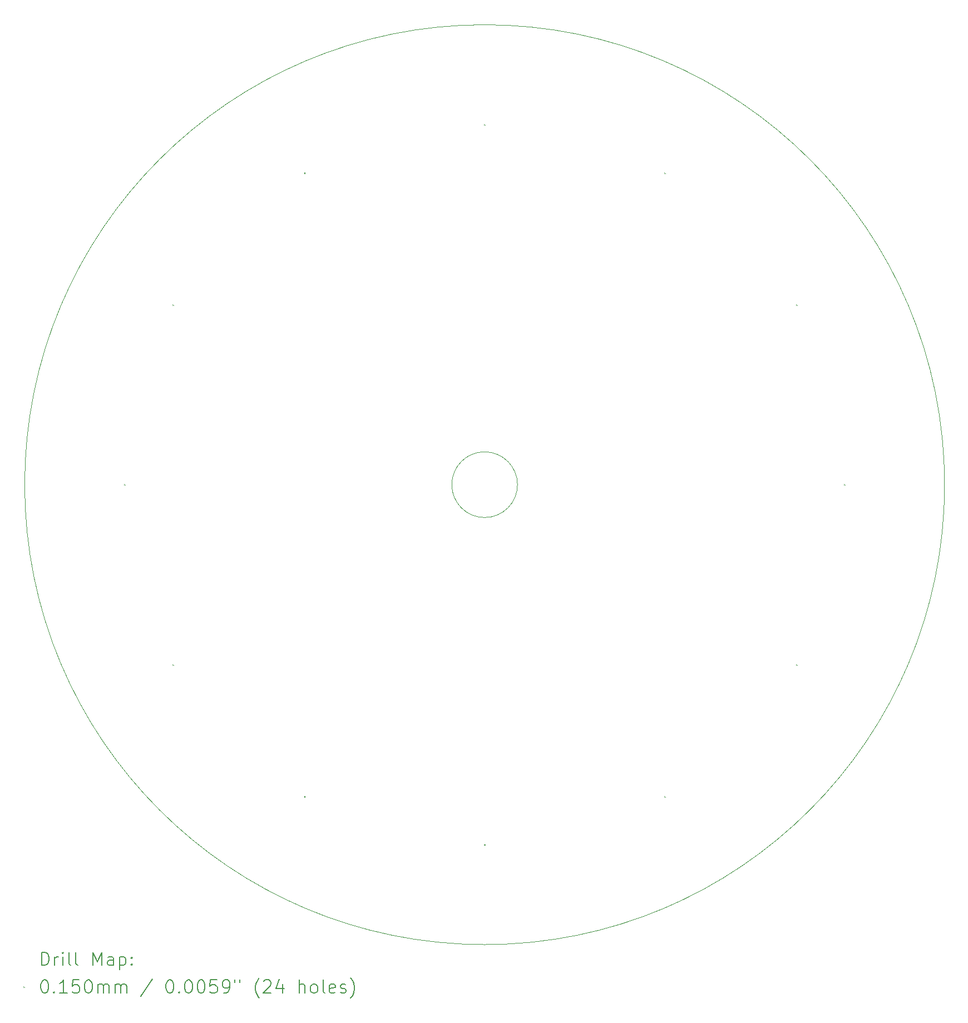
<source format=gbr>
%TF.GenerationSoftware,KiCad,Pcbnew,7.99.0-3356-g00904e8e23*%
%TF.CreationDate,2023-10-26T14:27:03+05:30*%
%TF.ProjectId,kimotor-project,6b696d6f-746f-4722-9d70-726f6a656374,rev?*%
%TF.SameCoordinates,Original*%
%TF.FileFunction,Drillmap*%
%TF.FilePolarity,Positive*%
%FSLAX45Y45*%
G04 Gerber Fmt 4.5, Leading zero omitted, Abs format (unit mm)*
G04 Created by KiCad (PCBNEW 7.99.0-3356-g00904e8e23) date 2023-10-26 14:27:03*
%MOMM*%
%LPD*%
G01*
G04 APERTURE LIST*
%ADD10C,0.100000*%
%ADD11C,0.200000*%
G04 APERTURE END LIST*
D10*
X500000Y0D02*
G75*
G02*
X500000Y0I-500000J0D01*
G01*
X7000000Y0D02*
G75*
G02*
X7000000Y0I-7000000J0D01*
G01*
X7000000Y0D02*
G75*
G02*
X7000000Y0I-7000000J0D01*
G01*
X500000Y0D02*
G75*
G02*
X500000Y0I-500000J0D01*
G01*
D11*
D10*
X-5487100Y7500D02*
X-5472100Y-7500D01*
X-5472100Y7500D02*
X-5487100Y-7500D01*
X-5487100Y7500D02*
X-5472100Y-7500D01*
X-5472100Y7500D02*
X-5487100Y-7500D01*
X-4752973Y2747300D02*
X-4737973Y2732300D01*
X-4737973Y2747300D02*
X-4752973Y2732300D01*
X-4752973Y2747300D02*
X-4737973Y2732300D01*
X-4737973Y2747300D02*
X-4752973Y2732300D01*
X-4752973Y-2732300D02*
X-4737973Y-2747300D01*
X-4737973Y-2732300D02*
X-4752973Y-2747300D01*
X-4752973Y-2732300D02*
X-4737973Y-2747300D01*
X-4737973Y-2732300D02*
X-4752973Y-2747300D01*
X-2747300Y4752973D02*
X-2732300Y4737973D01*
X-2732300Y4752973D02*
X-2747300Y4737973D01*
X-2747300Y4752973D02*
X-2732300Y4737973D01*
X-2732300Y4752973D02*
X-2747300Y4737973D01*
X-2747300Y-4737973D02*
X-2732300Y-4752973D01*
X-2732300Y-4737973D02*
X-2747300Y-4752973D01*
X-2747300Y-4737973D02*
X-2732300Y-4752973D01*
X-2732300Y-4737973D02*
X-2747300Y-4752973D01*
X-7500Y5487100D02*
X7500Y5472100D01*
X7500Y5487100D02*
X-7500Y5472100D01*
X-7500Y5487100D02*
X7500Y5472100D01*
X7500Y5487100D02*
X-7500Y5472100D01*
X-7500Y-5472100D02*
X7500Y-5487100D01*
X7500Y-5472100D02*
X-7500Y-5487100D01*
X-7500Y-5472100D02*
X7500Y-5487100D01*
X7500Y-5472100D02*
X-7500Y-5487100D01*
X2732300Y4752973D02*
X2747300Y4737973D01*
X2747300Y4752973D02*
X2732300Y4737973D01*
X2732300Y4752973D02*
X2747300Y4737973D01*
X2747300Y4752973D02*
X2732300Y4737973D01*
X2732300Y-4737973D02*
X2747300Y-4752973D01*
X2747300Y-4737973D02*
X2732300Y-4752973D01*
X2732300Y-4737973D02*
X2747300Y-4752973D01*
X2747300Y-4737973D02*
X2732300Y-4752973D01*
X4737973Y2747300D02*
X4752973Y2732300D01*
X4752973Y2747300D02*
X4737973Y2732300D01*
X4737973Y2747300D02*
X4752973Y2732300D01*
X4752973Y2747300D02*
X4737973Y2732300D01*
X4737973Y-2732300D02*
X4752973Y-2747300D01*
X4752973Y-2732300D02*
X4737973Y-2747300D01*
X4737973Y-2732300D02*
X4752973Y-2747300D01*
X4752973Y-2732300D02*
X4737973Y-2747300D01*
X5472100Y7500D02*
X5487100Y-7500D01*
X5487100Y7500D02*
X5472100Y-7500D01*
X5472100Y7500D02*
X5487100Y-7500D01*
X5487100Y7500D02*
X5472100Y-7500D01*
D11*
X-6744223Y-7316484D02*
X-6744223Y-7116484D01*
X-6744223Y-7116484D02*
X-6696604Y-7116484D01*
X-6696604Y-7116484D02*
X-6668033Y-7126008D01*
X-6668033Y-7126008D02*
X-6648985Y-7145055D01*
X-6648985Y-7145055D02*
X-6639461Y-7164103D01*
X-6639461Y-7164103D02*
X-6629937Y-7202198D01*
X-6629937Y-7202198D02*
X-6629937Y-7230769D01*
X-6629937Y-7230769D02*
X-6639461Y-7268865D01*
X-6639461Y-7268865D02*
X-6648985Y-7287912D01*
X-6648985Y-7287912D02*
X-6668033Y-7306960D01*
X-6668033Y-7306960D02*
X-6696604Y-7316484D01*
X-6696604Y-7316484D02*
X-6744223Y-7316484D01*
X-6544223Y-7316484D02*
X-6544223Y-7183150D01*
X-6544223Y-7221246D02*
X-6534699Y-7202198D01*
X-6534699Y-7202198D02*
X-6525175Y-7192674D01*
X-6525175Y-7192674D02*
X-6506128Y-7183150D01*
X-6506128Y-7183150D02*
X-6487080Y-7183150D01*
X-6420414Y-7316484D02*
X-6420414Y-7183150D01*
X-6420414Y-7116484D02*
X-6429937Y-7126008D01*
X-6429937Y-7126008D02*
X-6420414Y-7135531D01*
X-6420414Y-7135531D02*
X-6410890Y-7126008D01*
X-6410890Y-7126008D02*
X-6420414Y-7116484D01*
X-6420414Y-7116484D02*
X-6420414Y-7135531D01*
X-6296604Y-7316484D02*
X-6315652Y-7306960D01*
X-6315652Y-7306960D02*
X-6325175Y-7287912D01*
X-6325175Y-7287912D02*
X-6325175Y-7116484D01*
X-6191842Y-7316484D02*
X-6210890Y-7306960D01*
X-6210890Y-7306960D02*
X-6220414Y-7287912D01*
X-6220414Y-7287912D02*
X-6220414Y-7116484D01*
X-5963271Y-7316484D02*
X-5963271Y-7116484D01*
X-5963271Y-7116484D02*
X-5896604Y-7259341D01*
X-5896604Y-7259341D02*
X-5829937Y-7116484D01*
X-5829937Y-7116484D02*
X-5829937Y-7316484D01*
X-5648985Y-7316484D02*
X-5648985Y-7211722D01*
X-5648985Y-7211722D02*
X-5658509Y-7192674D01*
X-5658509Y-7192674D02*
X-5677556Y-7183150D01*
X-5677556Y-7183150D02*
X-5715652Y-7183150D01*
X-5715652Y-7183150D02*
X-5734699Y-7192674D01*
X-5648985Y-7306960D02*
X-5668033Y-7316484D01*
X-5668033Y-7316484D02*
X-5715652Y-7316484D01*
X-5715652Y-7316484D02*
X-5734699Y-7306960D01*
X-5734699Y-7306960D02*
X-5744223Y-7287912D01*
X-5744223Y-7287912D02*
X-5744223Y-7268865D01*
X-5744223Y-7268865D02*
X-5734699Y-7249817D01*
X-5734699Y-7249817D02*
X-5715652Y-7240293D01*
X-5715652Y-7240293D02*
X-5668033Y-7240293D01*
X-5668033Y-7240293D02*
X-5648985Y-7230769D01*
X-5553747Y-7183150D02*
X-5553747Y-7383150D01*
X-5553747Y-7192674D02*
X-5534699Y-7183150D01*
X-5534699Y-7183150D02*
X-5496604Y-7183150D01*
X-5496604Y-7183150D02*
X-5477556Y-7192674D01*
X-5477556Y-7192674D02*
X-5468033Y-7202198D01*
X-5468033Y-7202198D02*
X-5458509Y-7221246D01*
X-5458509Y-7221246D02*
X-5458509Y-7278388D01*
X-5458509Y-7278388D02*
X-5468033Y-7297436D01*
X-5468033Y-7297436D02*
X-5477556Y-7306960D01*
X-5477556Y-7306960D02*
X-5496604Y-7316484D01*
X-5496604Y-7316484D02*
X-5534699Y-7316484D01*
X-5534699Y-7316484D02*
X-5553747Y-7306960D01*
X-5372795Y-7297436D02*
X-5363271Y-7306960D01*
X-5363271Y-7306960D02*
X-5372795Y-7316484D01*
X-5372795Y-7316484D02*
X-5382318Y-7306960D01*
X-5382318Y-7306960D02*
X-5372795Y-7297436D01*
X-5372795Y-7297436D02*
X-5372795Y-7316484D01*
X-5372795Y-7192674D02*
X-5363271Y-7202198D01*
X-5363271Y-7202198D02*
X-5372795Y-7211722D01*
X-5372795Y-7211722D02*
X-5382318Y-7202198D01*
X-5382318Y-7202198D02*
X-5372795Y-7192674D01*
X-5372795Y-7192674D02*
X-5372795Y-7211722D01*
D10*
X-7020000Y-7637500D02*
X-7005000Y-7652500D01*
X-7005000Y-7637500D02*
X-7020000Y-7652500D01*
D11*
X-6706128Y-7536484D02*
X-6687080Y-7536484D01*
X-6687080Y-7536484D02*
X-6668033Y-7546008D01*
X-6668033Y-7546008D02*
X-6658509Y-7555531D01*
X-6658509Y-7555531D02*
X-6648985Y-7574579D01*
X-6648985Y-7574579D02*
X-6639461Y-7612674D01*
X-6639461Y-7612674D02*
X-6639461Y-7660293D01*
X-6639461Y-7660293D02*
X-6648985Y-7698388D01*
X-6648985Y-7698388D02*
X-6658509Y-7717436D01*
X-6658509Y-7717436D02*
X-6668033Y-7726960D01*
X-6668033Y-7726960D02*
X-6687080Y-7736484D01*
X-6687080Y-7736484D02*
X-6706128Y-7736484D01*
X-6706128Y-7736484D02*
X-6725175Y-7726960D01*
X-6725175Y-7726960D02*
X-6734699Y-7717436D01*
X-6734699Y-7717436D02*
X-6744223Y-7698388D01*
X-6744223Y-7698388D02*
X-6753747Y-7660293D01*
X-6753747Y-7660293D02*
X-6753747Y-7612674D01*
X-6753747Y-7612674D02*
X-6744223Y-7574579D01*
X-6744223Y-7574579D02*
X-6734699Y-7555531D01*
X-6734699Y-7555531D02*
X-6725175Y-7546008D01*
X-6725175Y-7546008D02*
X-6706128Y-7536484D01*
X-6553747Y-7717436D02*
X-6544223Y-7726960D01*
X-6544223Y-7726960D02*
X-6553747Y-7736484D01*
X-6553747Y-7736484D02*
X-6563271Y-7726960D01*
X-6563271Y-7726960D02*
X-6553747Y-7717436D01*
X-6553747Y-7717436D02*
X-6553747Y-7736484D01*
X-6353747Y-7736484D02*
X-6468033Y-7736484D01*
X-6410890Y-7736484D02*
X-6410890Y-7536484D01*
X-6410890Y-7536484D02*
X-6429937Y-7565055D01*
X-6429937Y-7565055D02*
X-6448985Y-7584103D01*
X-6448985Y-7584103D02*
X-6468033Y-7593627D01*
X-6172794Y-7536484D02*
X-6268033Y-7536484D01*
X-6268033Y-7536484D02*
X-6277556Y-7631722D01*
X-6277556Y-7631722D02*
X-6268033Y-7622198D01*
X-6268033Y-7622198D02*
X-6248985Y-7612674D01*
X-6248985Y-7612674D02*
X-6201366Y-7612674D01*
X-6201366Y-7612674D02*
X-6182318Y-7622198D01*
X-6182318Y-7622198D02*
X-6172794Y-7631722D01*
X-6172794Y-7631722D02*
X-6163271Y-7650769D01*
X-6163271Y-7650769D02*
X-6163271Y-7698388D01*
X-6163271Y-7698388D02*
X-6172794Y-7717436D01*
X-6172794Y-7717436D02*
X-6182318Y-7726960D01*
X-6182318Y-7726960D02*
X-6201366Y-7736484D01*
X-6201366Y-7736484D02*
X-6248985Y-7736484D01*
X-6248985Y-7736484D02*
X-6268033Y-7726960D01*
X-6268033Y-7726960D02*
X-6277556Y-7717436D01*
X-6039461Y-7536484D02*
X-6020413Y-7536484D01*
X-6020413Y-7536484D02*
X-6001366Y-7546008D01*
X-6001366Y-7546008D02*
X-5991842Y-7555531D01*
X-5991842Y-7555531D02*
X-5982318Y-7574579D01*
X-5982318Y-7574579D02*
X-5972794Y-7612674D01*
X-5972794Y-7612674D02*
X-5972794Y-7660293D01*
X-5972794Y-7660293D02*
X-5982318Y-7698388D01*
X-5982318Y-7698388D02*
X-5991842Y-7717436D01*
X-5991842Y-7717436D02*
X-6001366Y-7726960D01*
X-6001366Y-7726960D02*
X-6020413Y-7736484D01*
X-6020413Y-7736484D02*
X-6039461Y-7736484D01*
X-6039461Y-7736484D02*
X-6058509Y-7726960D01*
X-6058509Y-7726960D02*
X-6068033Y-7717436D01*
X-6068033Y-7717436D02*
X-6077556Y-7698388D01*
X-6077556Y-7698388D02*
X-6087080Y-7660293D01*
X-6087080Y-7660293D02*
X-6087080Y-7612674D01*
X-6087080Y-7612674D02*
X-6077556Y-7574579D01*
X-6077556Y-7574579D02*
X-6068033Y-7555531D01*
X-6068033Y-7555531D02*
X-6058509Y-7546008D01*
X-6058509Y-7546008D02*
X-6039461Y-7536484D01*
X-5887080Y-7736484D02*
X-5887080Y-7603150D01*
X-5887080Y-7622198D02*
X-5877556Y-7612674D01*
X-5877556Y-7612674D02*
X-5858509Y-7603150D01*
X-5858509Y-7603150D02*
X-5829937Y-7603150D01*
X-5829937Y-7603150D02*
X-5810890Y-7612674D01*
X-5810890Y-7612674D02*
X-5801366Y-7631722D01*
X-5801366Y-7631722D02*
X-5801366Y-7736484D01*
X-5801366Y-7631722D02*
X-5791842Y-7612674D01*
X-5791842Y-7612674D02*
X-5772794Y-7603150D01*
X-5772794Y-7603150D02*
X-5744223Y-7603150D01*
X-5744223Y-7603150D02*
X-5725175Y-7612674D01*
X-5725175Y-7612674D02*
X-5715652Y-7631722D01*
X-5715652Y-7631722D02*
X-5715652Y-7736484D01*
X-5620413Y-7736484D02*
X-5620413Y-7603150D01*
X-5620413Y-7622198D02*
X-5610890Y-7612674D01*
X-5610890Y-7612674D02*
X-5591842Y-7603150D01*
X-5591842Y-7603150D02*
X-5563271Y-7603150D01*
X-5563271Y-7603150D02*
X-5544223Y-7612674D01*
X-5544223Y-7612674D02*
X-5534699Y-7631722D01*
X-5534699Y-7631722D02*
X-5534699Y-7736484D01*
X-5534699Y-7631722D02*
X-5525175Y-7612674D01*
X-5525175Y-7612674D02*
X-5506128Y-7603150D01*
X-5506128Y-7603150D02*
X-5477556Y-7603150D01*
X-5477556Y-7603150D02*
X-5458509Y-7612674D01*
X-5458509Y-7612674D02*
X-5448985Y-7631722D01*
X-5448985Y-7631722D02*
X-5448985Y-7736484D01*
X-5058509Y-7526960D02*
X-5229937Y-7784103D01*
X-4801366Y-7536484D02*
X-4782318Y-7536484D01*
X-4782318Y-7536484D02*
X-4763271Y-7546008D01*
X-4763271Y-7546008D02*
X-4753747Y-7555531D01*
X-4753747Y-7555531D02*
X-4744223Y-7574579D01*
X-4744223Y-7574579D02*
X-4734699Y-7612674D01*
X-4734699Y-7612674D02*
X-4734699Y-7660293D01*
X-4734699Y-7660293D02*
X-4744223Y-7698388D01*
X-4744223Y-7698388D02*
X-4753747Y-7717436D01*
X-4753747Y-7717436D02*
X-4763271Y-7726960D01*
X-4763271Y-7726960D02*
X-4782318Y-7736484D01*
X-4782318Y-7736484D02*
X-4801366Y-7736484D01*
X-4801366Y-7736484D02*
X-4820413Y-7726960D01*
X-4820413Y-7726960D02*
X-4829937Y-7717436D01*
X-4829937Y-7717436D02*
X-4839461Y-7698388D01*
X-4839461Y-7698388D02*
X-4848985Y-7660293D01*
X-4848985Y-7660293D02*
X-4848985Y-7612674D01*
X-4848985Y-7612674D02*
X-4839461Y-7574579D01*
X-4839461Y-7574579D02*
X-4829937Y-7555531D01*
X-4829937Y-7555531D02*
X-4820413Y-7546008D01*
X-4820413Y-7546008D02*
X-4801366Y-7536484D01*
X-4648985Y-7717436D02*
X-4639461Y-7726960D01*
X-4639461Y-7726960D02*
X-4648985Y-7736484D01*
X-4648985Y-7736484D02*
X-4658509Y-7726960D01*
X-4658509Y-7726960D02*
X-4648985Y-7717436D01*
X-4648985Y-7717436D02*
X-4648985Y-7736484D01*
X-4515652Y-7536484D02*
X-4496604Y-7536484D01*
X-4496604Y-7536484D02*
X-4477556Y-7546008D01*
X-4477556Y-7546008D02*
X-4468032Y-7555531D01*
X-4468032Y-7555531D02*
X-4458509Y-7574579D01*
X-4458509Y-7574579D02*
X-4448985Y-7612674D01*
X-4448985Y-7612674D02*
X-4448985Y-7660293D01*
X-4448985Y-7660293D02*
X-4458509Y-7698388D01*
X-4458509Y-7698388D02*
X-4468032Y-7717436D01*
X-4468032Y-7717436D02*
X-4477556Y-7726960D01*
X-4477556Y-7726960D02*
X-4496604Y-7736484D01*
X-4496604Y-7736484D02*
X-4515652Y-7736484D01*
X-4515652Y-7736484D02*
X-4534699Y-7726960D01*
X-4534699Y-7726960D02*
X-4544223Y-7717436D01*
X-4544223Y-7717436D02*
X-4553747Y-7698388D01*
X-4553747Y-7698388D02*
X-4563271Y-7660293D01*
X-4563271Y-7660293D02*
X-4563271Y-7612674D01*
X-4563271Y-7612674D02*
X-4553747Y-7574579D01*
X-4553747Y-7574579D02*
X-4544223Y-7555531D01*
X-4544223Y-7555531D02*
X-4534699Y-7546008D01*
X-4534699Y-7546008D02*
X-4515652Y-7536484D01*
X-4325175Y-7536484D02*
X-4306128Y-7536484D01*
X-4306128Y-7536484D02*
X-4287080Y-7546008D01*
X-4287080Y-7546008D02*
X-4277556Y-7555531D01*
X-4277556Y-7555531D02*
X-4268032Y-7574579D01*
X-4268032Y-7574579D02*
X-4258509Y-7612674D01*
X-4258509Y-7612674D02*
X-4258509Y-7660293D01*
X-4258509Y-7660293D02*
X-4268032Y-7698388D01*
X-4268032Y-7698388D02*
X-4277556Y-7717436D01*
X-4277556Y-7717436D02*
X-4287080Y-7726960D01*
X-4287080Y-7726960D02*
X-4306128Y-7736484D01*
X-4306128Y-7736484D02*
X-4325175Y-7736484D01*
X-4325175Y-7736484D02*
X-4344223Y-7726960D01*
X-4344223Y-7726960D02*
X-4353747Y-7717436D01*
X-4353747Y-7717436D02*
X-4363271Y-7698388D01*
X-4363271Y-7698388D02*
X-4372794Y-7660293D01*
X-4372794Y-7660293D02*
X-4372794Y-7612674D01*
X-4372794Y-7612674D02*
X-4363271Y-7574579D01*
X-4363271Y-7574579D02*
X-4353747Y-7555531D01*
X-4353747Y-7555531D02*
X-4344223Y-7546008D01*
X-4344223Y-7546008D02*
X-4325175Y-7536484D01*
X-4077556Y-7536484D02*
X-4172794Y-7536484D01*
X-4172794Y-7536484D02*
X-4182318Y-7631722D01*
X-4182318Y-7631722D02*
X-4172794Y-7622198D01*
X-4172794Y-7622198D02*
X-4153747Y-7612674D01*
X-4153747Y-7612674D02*
X-4106128Y-7612674D01*
X-4106128Y-7612674D02*
X-4087080Y-7622198D01*
X-4087080Y-7622198D02*
X-4077556Y-7631722D01*
X-4077556Y-7631722D02*
X-4068032Y-7650769D01*
X-4068032Y-7650769D02*
X-4068032Y-7698388D01*
X-4068032Y-7698388D02*
X-4077556Y-7717436D01*
X-4077556Y-7717436D02*
X-4087080Y-7726960D01*
X-4087080Y-7726960D02*
X-4106128Y-7736484D01*
X-4106128Y-7736484D02*
X-4153747Y-7736484D01*
X-4153747Y-7736484D02*
X-4172794Y-7726960D01*
X-4172794Y-7726960D02*
X-4182318Y-7717436D01*
X-3972794Y-7736484D02*
X-3934699Y-7736484D01*
X-3934699Y-7736484D02*
X-3915651Y-7726960D01*
X-3915651Y-7726960D02*
X-3906128Y-7717436D01*
X-3906128Y-7717436D02*
X-3887080Y-7688865D01*
X-3887080Y-7688865D02*
X-3877556Y-7650769D01*
X-3877556Y-7650769D02*
X-3877556Y-7574579D01*
X-3877556Y-7574579D02*
X-3887080Y-7555531D01*
X-3887080Y-7555531D02*
X-3896604Y-7546008D01*
X-3896604Y-7546008D02*
X-3915651Y-7536484D01*
X-3915651Y-7536484D02*
X-3953747Y-7536484D01*
X-3953747Y-7536484D02*
X-3972794Y-7546008D01*
X-3972794Y-7546008D02*
X-3982318Y-7555531D01*
X-3982318Y-7555531D02*
X-3991842Y-7574579D01*
X-3991842Y-7574579D02*
X-3991842Y-7622198D01*
X-3991842Y-7622198D02*
X-3982318Y-7641246D01*
X-3982318Y-7641246D02*
X-3972794Y-7650769D01*
X-3972794Y-7650769D02*
X-3953747Y-7660293D01*
X-3953747Y-7660293D02*
X-3915651Y-7660293D01*
X-3915651Y-7660293D02*
X-3896604Y-7650769D01*
X-3896604Y-7650769D02*
X-3887080Y-7641246D01*
X-3887080Y-7641246D02*
X-3877556Y-7622198D01*
X-3801366Y-7536484D02*
X-3801366Y-7574579D01*
X-3725175Y-7536484D02*
X-3725175Y-7574579D01*
X-3429937Y-7812674D02*
X-3439461Y-7803150D01*
X-3439461Y-7803150D02*
X-3458508Y-7774579D01*
X-3458508Y-7774579D02*
X-3468032Y-7755531D01*
X-3468032Y-7755531D02*
X-3477556Y-7726960D01*
X-3477556Y-7726960D02*
X-3487080Y-7679341D01*
X-3487080Y-7679341D02*
X-3487080Y-7641246D01*
X-3487080Y-7641246D02*
X-3477556Y-7593627D01*
X-3477556Y-7593627D02*
X-3468032Y-7565055D01*
X-3468032Y-7565055D02*
X-3458508Y-7546008D01*
X-3458508Y-7546008D02*
X-3439461Y-7517436D01*
X-3439461Y-7517436D02*
X-3429937Y-7507912D01*
X-3363270Y-7555531D02*
X-3353747Y-7546008D01*
X-3353747Y-7546008D02*
X-3334699Y-7536484D01*
X-3334699Y-7536484D02*
X-3287080Y-7536484D01*
X-3287080Y-7536484D02*
X-3268032Y-7546008D01*
X-3268032Y-7546008D02*
X-3258508Y-7555531D01*
X-3258508Y-7555531D02*
X-3248985Y-7574579D01*
X-3248985Y-7574579D02*
X-3248985Y-7593627D01*
X-3248985Y-7593627D02*
X-3258508Y-7622198D01*
X-3258508Y-7622198D02*
X-3372794Y-7736484D01*
X-3372794Y-7736484D02*
X-3248985Y-7736484D01*
X-3077556Y-7603150D02*
X-3077556Y-7736484D01*
X-3125175Y-7526960D02*
X-3172794Y-7669817D01*
X-3172794Y-7669817D02*
X-3048985Y-7669817D01*
X-2820413Y-7736484D02*
X-2820413Y-7536484D01*
X-2734699Y-7736484D02*
X-2734699Y-7631722D01*
X-2734699Y-7631722D02*
X-2744223Y-7612674D01*
X-2744223Y-7612674D02*
X-2763270Y-7603150D01*
X-2763270Y-7603150D02*
X-2791842Y-7603150D01*
X-2791842Y-7603150D02*
X-2810889Y-7612674D01*
X-2810889Y-7612674D02*
X-2820413Y-7622198D01*
X-2610889Y-7736484D02*
X-2629937Y-7726960D01*
X-2629937Y-7726960D02*
X-2639461Y-7717436D01*
X-2639461Y-7717436D02*
X-2648985Y-7698388D01*
X-2648985Y-7698388D02*
X-2648985Y-7641246D01*
X-2648985Y-7641246D02*
X-2639461Y-7622198D01*
X-2639461Y-7622198D02*
X-2629937Y-7612674D01*
X-2629937Y-7612674D02*
X-2610889Y-7603150D01*
X-2610889Y-7603150D02*
X-2582318Y-7603150D01*
X-2582318Y-7603150D02*
X-2563270Y-7612674D01*
X-2563270Y-7612674D02*
X-2553747Y-7622198D01*
X-2553747Y-7622198D02*
X-2544223Y-7641246D01*
X-2544223Y-7641246D02*
X-2544223Y-7698388D01*
X-2544223Y-7698388D02*
X-2553747Y-7717436D01*
X-2553747Y-7717436D02*
X-2563270Y-7726960D01*
X-2563270Y-7726960D02*
X-2582318Y-7736484D01*
X-2582318Y-7736484D02*
X-2610889Y-7736484D01*
X-2429937Y-7736484D02*
X-2448985Y-7726960D01*
X-2448985Y-7726960D02*
X-2458508Y-7707912D01*
X-2458508Y-7707912D02*
X-2458508Y-7536484D01*
X-2277556Y-7726960D02*
X-2296604Y-7736484D01*
X-2296604Y-7736484D02*
X-2334699Y-7736484D01*
X-2334699Y-7736484D02*
X-2353747Y-7726960D01*
X-2353747Y-7726960D02*
X-2363270Y-7707912D01*
X-2363270Y-7707912D02*
X-2363270Y-7631722D01*
X-2363270Y-7631722D02*
X-2353747Y-7612674D01*
X-2353747Y-7612674D02*
X-2334699Y-7603150D01*
X-2334699Y-7603150D02*
X-2296604Y-7603150D01*
X-2296604Y-7603150D02*
X-2277556Y-7612674D01*
X-2277556Y-7612674D02*
X-2268032Y-7631722D01*
X-2268032Y-7631722D02*
X-2268032Y-7650769D01*
X-2268032Y-7650769D02*
X-2363270Y-7669817D01*
X-2191842Y-7726960D02*
X-2172794Y-7736484D01*
X-2172794Y-7736484D02*
X-2134699Y-7736484D01*
X-2134699Y-7736484D02*
X-2115651Y-7726960D01*
X-2115651Y-7726960D02*
X-2106127Y-7707912D01*
X-2106127Y-7707912D02*
X-2106127Y-7698388D01*
X-2106127Y-7698388D02*
X-2115651Y-7679341D01*
X-2115651Y-7679341D02*
X-2134699Y-7669817D01*
X-2134699Y-7669817D02*
X-2163270Y-7669817D01*
X-2163270Y-7669817D02*
X-2182318Y-7660293D01*
X-2182318Y-7660293D02*
X-2191842Y-7641246D01*
X-2191842Y-7641246D02*
X-2191842Y-7631722D01*
X-2191842Y-7631722D02*
X-2182318Y-7612674D01*
X-2182318Y-7612674D02*
X-2163270Y-7603150D01*
X-2163270Y-7603150D02*
X-2134699Y-7603150D01*
X-2134699Y-7603150D02*
X-2115651Y-7612674D01*
X-2039461Y-7812674D02*
X-2029937Y-7803150D01*
X-2029937Y-7803150D02*
X-2010889Y-7774579D01*
X-2010889Y-7774579D02*
X-2001365Y-7755531D01*
X-2001365Y-7755531D02*
X-1991842Y-7726960D01*
X-1991842Y-7726960D02*
X-1982318Y-7679341D01*
X-1982318Y-7679341D02*
X-1982318Y-7641246D01*
X-1982318Y-7641246D02*
X-1991842Y-7593627D01*
X-1991842Y-7593627D02*
X-2001365Y-7565055D01*
X-2001365Y-7565055D02*
X-2010889Y-7546008D01*
X-2010889Y-7546008D02*
X-2029937Y-7517436D01*
X-2029937Y-7517436D02*
X-2039461Y-7507912D01*
M02*

</source>
